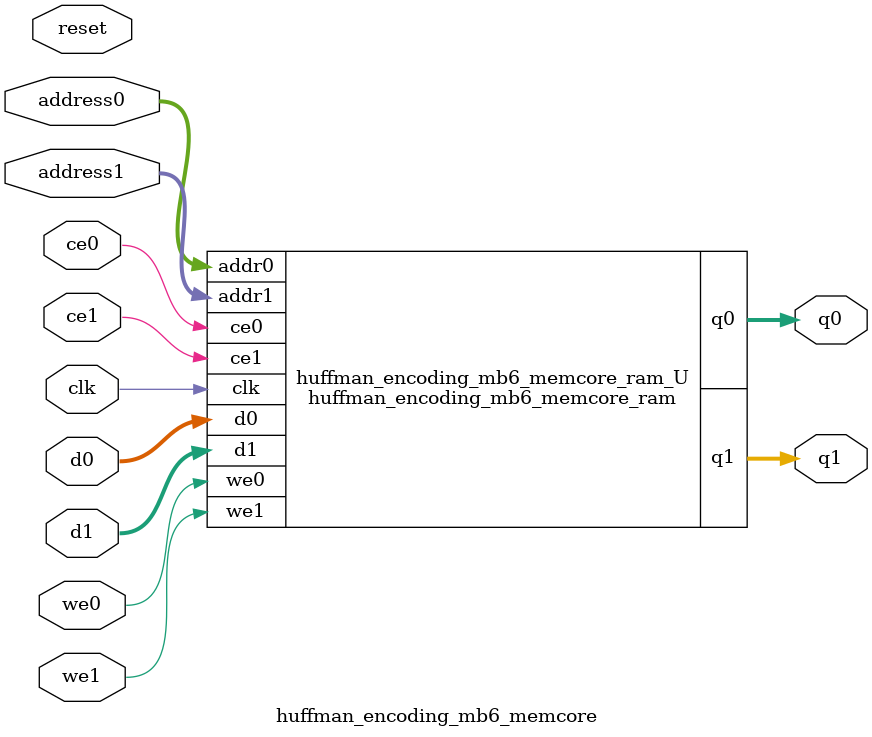
<source format=v>
`timescale 1 ns / 1 ps
module huffman_encoding_mb6_memcore_ram (addr0, ce0, d0, we0, q0, addr1, ce1, d1, we1, q1,  clk);

parameter DWIDTH = 10;
parameter AWIDTH = 9;
parameter MEM_SIZE = 512;

input[AWIDTH-1:0] addr0;
input ce0;
input[DWIDTH-1:0] d0;
input we0;
output reg[DWIDTH-1:0] q0;
input[AWIDTH-1:0] addr1;
input ce1;
input[DWIDTH-1:0] d1;
input we1;
output reg[DWIDTH-1:0] q1;
input clk;

(* ram_style = "block" *)reg [DWIDTH-1:0] ram[0:MEM_SIZE-1];




always @(posedge clk)  
begin 
    if (ce0) begin
        if (we0) 
            ram[addr0] <= d0; 
        q0 <= ram[addr0];
    end
end


always @(posedge clk)  
begin 
    if (ce1) begin
        if (we1) 
            ram[addr1] <= d1; 
        q1 <= ram[addr1];
    end
end


endmodule

`timescale 1 ns / 1 ps
module huffman_encoding_mb6_memcore(
    reset,
    clk,
    address0,
    ce0,
    we0,
    d0,
    q0,
    address1,
    ce1,
    we1,
    d1,
    q1);

parameter DataWidth = 32'd10;
parameter AddressRange = 32'd512;
parameter AddressWidth = 32'd9;
input reset;
input clk;
input[AddressWidth - 1:0] address0;
input ce0;
input we0;
input[DataWidth - 1:0] d0;
output[DataWidth - 1:0] q0;
input[AddressWidth - 1:0] address1;
input ce1;
input we1;
input[DataWidth - 1:0] d1;
output[DataWidth - 1:0] q1;



huffman_encoding_mb6_memcore_ram huffman_encoding_mb6_memcore_ram_U(
    .clk( clk ),
    .addr0( address0 ),
    .ce0( ce0 ),
    .we0( we0 ),
    .d0( d0 ),
    .q0( q0 ),
    .addr1( address1 ),
    .ce1( ce1 ),
    .we1( we1 ),
    .d1( d1 ),
    .q1( q1 ));

endmodule


</source>
